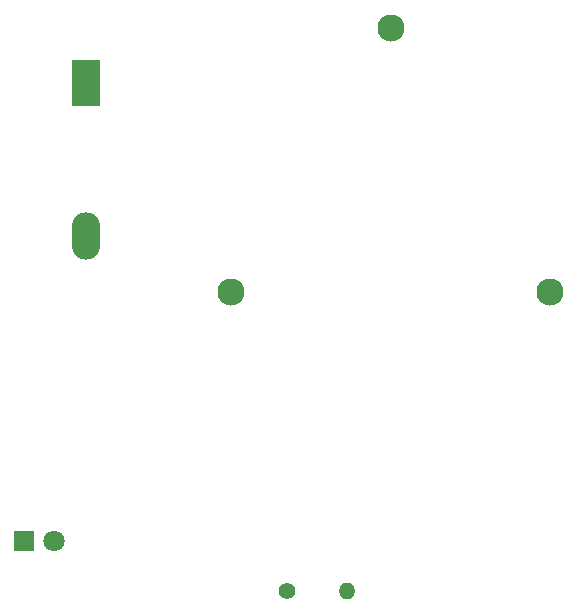
<source format=gbr>
%TF.GenerationSoftware,KiCad,Pcbnew,8.0.1*%
%TF.CreationDate,2024-06-04T22:59:00-05:00*%
%TF.ProjectId,hw10,68773130-2e6b-4696-9361-645f70636258,rev?*%
%TF.SameCoordinates,Original*%
%TF.FileFunction,Copper,L2,Bot*%
%TF.FilePolarity,Positive*%
%FSLAX46Y46*%
G04 Gerber Fmt 4.6, Leading zero omitted, Abs format (unit mm)*
G04 Created by KiCad (PCBNEW 8.0.1) date 2024-06-04 22:59:00*
%MOMM*%
%LPD*%
G01*
G04 APERTURE LIST*
%TA.AperFunction,ComponentPad*%
%ADD10O,1.400000X1.400000*%
%TD*%
%TA.AperFunction,ComponentPad*%
%ADD11C,1.400000*%
%TD*%
%TA.AperFunction,ComponentPad*%
%ADD12C,1.800000*%
%TD*%
%TA.AperFunction,ComponentPad*%
%ADD13R,1.800000X1.800000*%
%TD*%
%TA.AperFunction,ComponentPad*%
%ADD14O,2.410000X4.020000*%
%TD*%
%TA.AperFunction,ComponentPad*%
%ADD15R,2.410000X4.020000*%
%TD*%
%TA.AperFunction,WasherPad*%
%ADD16C,2.300000*%
%TD*%
G04 APERTURE END LIST*
D10*
%TO.P,R1,2*%
%TO.N,Net-(D1-A)*%
X112040000Y-106000000D03*
D11*
%TO.P,R1,1*%
%TO.N,Net-(BT1-+)*%
X106960000Y-106000000D03*
%TD*%
D12*
%TO.P,D1,2,A*%
%TO.N,Net-(D1-A)*%
X87290000Y-101775000D03*
D13*
%TO.P,D1,1,K*%
%TO.N,Net-(BT1--)*%
X84750000Y-101775000D03*
%TD*%
D14*
%TO.P,BT1,2,-*%
%TO.N,Net-(BT1--)*%
X89980000Y-75895000D03*
D15*
%TO.P,BT1,1,+*%
%TO.N,Net-(BT1-+)*%
X89980000Y-63015000D03*
D16*
%TO.P,BT1,*%
%TO.N,*%
X129240000Y-80635000D03*
X115760000Y-58285000D03*
X102270000Y-80635000D03*
%TD*%
M02*

</source>
